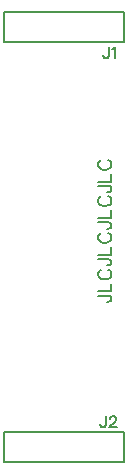
<source format=gto>
G04 Layer: TopSilkscreenLayer*
G04 EasyEDA v6.5.22, 2023-04-16 14:26:35*
G04 30fbbc2819084571a6e2dbb71e27ceea,5a6b42c53f6a479593ecc07194224c93,10*
G04 Gerber Generator version 0.2*
G04 Scale: 100 percent, Rotated: No, Reflected: No *
G04 Dimensions in millimeters *
G04 leading zeros omitted , absolute positions ,4 integer and 5 decimal *
%FSLAX45Y45*%
%MOMM*%

%ADD10C,0.2032*%
%ADD11C,0.1524*%
%ADD12C,0.2030*%

%LPD*%
D10*
X780541Y9541510D02*
G01*
X867918Y9541510D01*
X884174Y9535921D01*
X889761Y9530587D01*
X895095Y9519665D01*
X895095Y9508744D01*
X889761Y9497821D01*
X884174Y9492234D01*
X867918Y9486900D01*
X856995Y9486900D01*
X780541Y9577324D02*
G01*
X895095Y9577324D01*
X895095Y9577324D02*
G01*
X895095Y9642855D01*
X807974Y9760712D02*
G01*
X797052Y9755378D01*
X786129Y9744455D01*
X780541Y9733534D01*
X780541Y9711689D01*
X786129Y9700768D01*
X797052Y9689845D01*
X807974Y9684258D01*
X824229Y9678924D01*
X851408Y9678924D01*
X867918Y9684258D01*
X878840Y9689845D01*
X889761Y9700768D01*
X895095Y9711689D01*
X895095Y9733534D01*
X889761Y9744455D01*
X878840Y9755378D01*
X867918Y9760712D01*
X780541Y9851136D02*
G01*
X867918Y9851136D01*
X884174Y9845802D01*
X889761Y9840468D01*
X895095Y9829545D01*
X895095Y9818624D01*
X889761Y9807702D01*
X884174Y9802113D01*
X867918Y9796779D01*
X856995Y9796779D01*
X780541Y9887204D02*
G01*
X895095Y9887204D01*
X895095Y9887204D02*
G01*
X895095Y9952736D01*
X807974Y10070592D02*
G01*
X797052Y10065004D01*
X786129Y10054081D01*
X780541Y10043160D01*
X780541Y10021570D01*
X786129Y10010647D01*
X797052Y9999726D01*
X807974Y9994137D01*
X824229Y9988804D01*
X851408Y9988804D01*
X867918Y9994137D01*
X878840Y9999726D01*
X889761Y10010647D01*
X895095Y10021570D01*
X895095Y10043160D01*
X889761Y10054081D01*
X878840Y10065004D01*
X867918Y10070592D01*
X780541Y10161015D02*
G01*
X867918Y10161015D01*
X884174Y10155681D01*
X889761Y10150094D01*
X895095Y10139171D01*
X895095Y10128250D01*
X889761Y10117328D01*
X884174Y10111994D01*
X867918Y10106660D01*
X856995Y10106660D01*
X780541Y10197084D02*
G01*
X895095Y10197084D01*
X895095Y10197084D02*
G01*
X895095Y10262615D01*
X807974Y10380471D02*
G01*
X797052Y10374884D01*
X786129Y10363962D01*
X780541Y10353039D01*
X780541Y10331195D01*
X786129Y10320274D01*
X797052Y10309352D01*
X807974Y10304018D01*
X824229Y10298429D01*
X851408Y10298429D01*
X867918Y10304018D01*
X878840Y10309352D01*
X889761Y10320274D01*
X895095Y10331195D01*
X895095Y10353039D01*
X889761Y10363962D01*
X878840Y10374884D01*
X867918Y10380471D01*
X780541Y10470895D02*
G01*
X867918Y10470895D01*
X884174Y10465562D01*
X889761Y10459974D01*
X895095Y10449052D01*
X895095Y10438129D01*
X889761Y10427208D01*
X884174Y10421874D01*
X867918Y10416286D01*
X856995Y10416286D01*
X780541Y10506963D02*
G01*
X895095Y10506963D01*
X895095Y10506963D02*
G01*
X895095Y10572242D01*
X807974Y10690097D02*
G01*
X797052Y10684763D01*
X786129Y10673842D01*
X780541Y10662920D01*
X780541Y10641076D01*
X786129Y10630154D01*
X797052Y10619231D01*
X807974Y10613897D01*
X824229Y10608310D01*
X851408Y10608310D01*
X867918Y10613897D01*
X878840Y10619231D01*
X889761Y10630154D01*
X895095Y10641076D01*
X895095Y10662920D01*
X889761Y10673842D01*
X878840Y10684763D01*
X867918Y10690097D01*
D11*
X845553Y8521009D02*
G01*
X845553Y8448281D01*
X841009Y8434646D01*
X836462Y8430099D01*
X827371Y8425553D01*
X818281Y8425553D01*
X809190Y8430099D01*
X804646Y8434646D01*
X800100Y8448281D01*
X800100Y8457371D01*
X880099Y8498281D02*
G01*
X880099Y8502827D01*
X884646Y8511918D01*
X889190Y8516462D01*
X898281Y8521009D01*
X916462Y8521009D01*
X925553Y8516462D01*
X930099Y8511918D01*
X934646Y8502827D01*
X934646Y8493737D01*
X930099Y8484646D01*
X921009Y8471009D01*
X875553Y8425553D01*
X939190Y8425553D01*
X870953Y11645209D02*
G01*
X870953Y11572481D01*
X866409Y11558846D01*
X861862Y11554299D01*
X852771Y11549753D01*
X843681Y11549753D01*
X834590Y11554299D01*
X830046Y11558846D01*
X825500Y11572481D01*
X825500Y11581571D01*
X900953Y11627027D02*
G01*
X910046Y11631571D01*
X923681Y11645209D01*
X923681Y11549753D01*
D10*
X-12700Y8128000D02*
G01*
X-12700Y8382000D01*
X1003300Y8382000D01*
X1003300Y8128000D01*
X812800Y8128000D01*
D12*
X-12700Y8128000D02*
G01*
X812800Y8128000D01*
D10*
X-12700Y11684000D02*
G01*
X-12700Y11938000D01*
X1003300Y11938000D01*
X1003300Y11684000D01*
X812800Y11684000D01*
D12*
X-12700Y11684000D02*
G01*
X812800Y11684000D01*
M02*

</source>
